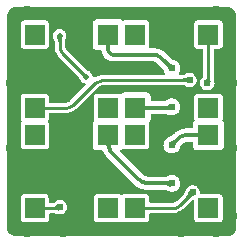
<source format=gtl>
G04 Layer: TopLayer*
G04 EasyEDA v6.5.40, 2024-02-16 18:51:44*
G04 290100672484455fbf77e1594d57ae63,9a5be75d700b4a6385dc1106f27949ae,10*
G04 Gerber Generator version 0.2*
G04 Scale: 100 percent, Rotated: No, Reflected: No *
G04 Dimensions in millimeters *
G04 leading zeros omitted , absolute positions ,4 integer and 5 decimal *
%FSLAX45Y45*%
%MOMM*%

%ADD10C,0.2500*%
%ADD11C,0.3100*%
%ADD12C,0.2540*%
%ADD13R,1.8000X1.8000*%
%ADD14C,0.6200*%
%ADD15C,0.5080*%
%ADD16C,0.0192*%

%LPD*%
G36*
X101396Y-1969516D02*
G01*
X89408Y-1968550D01*
X79756Y-1966366D01*
X70510Y-1962810D01*
X61874Y-1957984D01*
X54051Y-1951939D01*
X47091Y-1944878D01*
X41249Y-1936902D01*
X36576Y-1928164D01*
X33223Y-1918868D01*
X31242Y-1909165D01*
X30530Y-1898599D01*
X30530Y-101396D01*
X31445Y-89408D01*
X33629Y-79756D01*
X37185Y-70510D01*
X42011Y-61874D01*
X48056Y-54051D01*
X55117Y-47091D01*
X63093Y-41249D01*
X71831Y-36576D01*
X81127Y-33223D01*
X90830Y-31242D01*
X101396Y-30530D01*
X1898599Y-30530D01*
X1910588Y-31445D01*
X1920239Y-33629D01*
X1929485Y-37185D01*
X1938121Y-42011D01*
X1945995Y-48056D01*
X1952904Y-55117D01*
X1958746Y-63093D01*
X1963420Y-71831D01*
X1966772Y-81127D01*
X1968754Y-90830D01*
X1969465Y-101396D01*
X1969465Y-1898599D01*
X1968550Y-1910588D01*
X1966366Y-1920239D01*
X1962810Y-1929485D01*
X1957984Y-1938121D01*
X1951939Y-1945995D01*
X1944878Y-1952904D01*
X1936902Y-1958746D01*
X1928164Y-1963420D01*
X1918868Y-1966772D01*
X1909165Y-1968754D01*
X1898599Y-1969516D01*
G37*

%LPC*%
G36*
X175463Y-1855520D02*
G01*
X354482Y-1855520D01*
X360934Y-1854860D01*
X366623Y-1853133D01*
X371906Y-1850339D01*
X376529Y-1846529D01*
X380288Y-1841906D01*
X383133Y-1836623D01*
X384860Y-1830933D01*
X385470Y-1824482D01*
X385470Y-1788160D01*
X386283Y-1784248D01*
X388467Y-1780997D01*
X391769Y-1778762D01*
X395630Y-1778000D01*
X414426Y-1778000D01*
X422198Y-1778203D01*
X428091Y-1778660D01*
X436422Y-1779930D01*
X445160Y-1781962D01*
X458165Y-1784654D01*
X466445Y-1785874D01*
X472287Y-1786229D01*
X480059Y-1786229D01*
X490118Y-1784604D01*
X499719Y-1781302D01*
X508609Y-1776475D01*
X516635Y-1770227D01*
X523493Y-1762760D01*
X529082Y-1754225D01*
X533146Y-1744929D01*
X535635Y-1735124D01*
X536498Y-1725015D01*
X535635Y-1714855D01*
X533146Y-1705051D01*
X529082Y-1695754D01*
X523493Y-1687220D01*
X516635Y-1679752D01*
X508609Y-1673504D01*
X499719Y-1668678D01*
X490118Y-1665376D01*
X480059Y-1663750D01*
X469950Y-1663750D01*
X459892Y-1665376D01*
X450291Y-1668678D01*
X441401Y-1673504D01*
X433171Y-1679905D01*
X424078Y-1688947D01*
X421030Y-1690979D01*
X417474Y-1691843D01*
X414680Y-1691995D01*
X395630Y-1691995D01*
X391769Y-1691233D01*
X388467Y-1688998D01*
X386283Y-1685696D01*
X385470Y-1681835D01*
X385470Y-1645513D01*
X384860Y-1639062D01*
X383133Y-1633321D01*
X380288Y-1628089D01*
X376529Y-1623466D01*
X371906Y-1619656D01*
X366623Y-1616862D01*
X360934Y-1615135D01*
X354482Y-1614474D01*
X175463Y-1614474D01*
X169062Y-1615135D01*
X163322Y-1616862D01*
X158038Y-1619656D01*
X153466Y-1623466D01*
X149656Y-1628089D01*
X146862Y-1633321D01*
X145084Y-1639062D01*
X144475Y-1645513D01*
X144475Y-1824482D01*
X145084Y-1830933D01*
X146862Y-1836623D01*
X149656Y-1841906D01*
X153466Y-1846529D01*
X158038Y-1850339D01*
X163322Y-1853133D01*
X169062Y-1854860D01*
G37*
G36*
X795477Y-1855520D02*
G01*
X974496Y-1855520D01*
X980948Y-1854860D01*
X986637Y-1853133D01*
X991920Y-1850339D01*
X996543Y-1847240D01*
X999998Y-1846681D01*
X1003401Y-1847240D01*
X1008075Y-1850339D01*
X1013307Y-1853133D01*
X1019048Y-1854860D01*
X1025499Y-1855520D01*
X1204468Y-1855520D01*
X1210919Y-1854860D01*
X1216609Y-1853133D01*
X1221892Y-1850339D01*
X1226515Y-1846529D01*
X1230325Y-1841906D01*
X1233119Y-1836623D01*
X1234846Y-1830933D01*
X1235506Y-1824482D01*
X1235506Y-1788363D01*
X1236268Y-1784451D01*
X1238453Y-1781200D01*
X1241755Y-1778965D01*
X1245666Y-1778203D01*
X1427226Y-1778203D01*
X1436065Y-1777390D01*
X1458468Y-1772920D01*
X1466951Y-1770430D01*
X1488084Y-1761693D01*
X1495907Y-1757527D01*
X1514906Y-1744878D01*
X1522171Y-1738833D01*
X1587855Y-1673199D01*
X1591462Y-1669948D01*
X1595374Y-1666951D01*
X1600504Y-1664462D01*
X1604365Y-1663700D01*
X1608226Y-1664512D01*
X1611528Y-1666697D01*
X1613712Y-1669999D01*
X1614474Y-1673860D01*
X1614474Y-1824482D01*
X1615135Y-1830933D01*
X1616862Y-1836623D01*
X1619656Y-1841906D01*
X1623466Y-1846529D01*
X1628038Y-1850339D01*
X1633321Y-1853133D01*
X1639062Y-1854860D01*
X1645462Y-1855520D01*
X1824482Y-1855520D01*
X1830933Y-1854860D01*
X1836623Y-1853133D01*
X1841906Y-1850339D01*
X1846529Y-1846529D01*
X1850288Y-1841906D01*
X1853133Y-1836623D01*
X1854860Y-1830933D01*
X1855470Y-1824482D01*
X1855470Y-1645513D01*
X1854860Y-1639062D01*
X1853133Y-1633321D01*
X1850288Y-1628089D01*
X1846529Y-1623466D01*
X1841906Y-1619656D01*
X1836623Y-1616862D01*
X1830933Y-1615135D01*
X1824482Y-1614474D01*
X1671320Y-1614474D01*
X1667205Y-1613611D01*
X1663852Y-1611223D01*
X1661668Y-1607616D01*
X1661160Y-1603502D01*
X1661464Y-1599996D01*
X1660652Y-1589836D01*
X1658162Y-1580032D01*
X1654048Y-1570736D01*
X1648510Y-1562201D01*
X1641652Y-1554734D01*
X1633626Y-1548485D01*
X1624685Y-1543659D01*
X1615084Y-1540357D01*
X1605076Y-1538732D01*
X1594916Y-1538732D01*
X1584909Y-1540357D01*
X1575308Y-1543659D01*
X1566367Y-1548485D01*
X1558340Y-1554734D01*
X1551482Y-1562201D01*
X1545945Y-1570685D01*
X1541627Y-1580642D01*
X1535074Y-1600708D01*
X1533652Y-1603451D01*
X1529384Y-1609191D01*
X1526438Y-1612392D01*
X1464462Y-1674418D01*
X1462938Y-1675638D01*
X1452321Y-1682750D01*
X1450594Y-1683664D01*
X1438808Y-1688541D01*
X1436928Y-1689100D01*
X1424432Y-1691589D01*
X1422450Y-1691792D01*
X1245666Y-1691792D01*
X1241755Y-1691030D01*
X1238453Y-1688795D01*
X1236268Y-1685543D01*
X1235506Y-1681632D01*
X1235506Y-1645513D01*
X1234846Y-1639062D01*
X1233119Y-1633321D01*
X1230325Y-1628089D01*
X1226515Y-1623466D01*
X1221892Y-1619656D01*
X1216609Y-1616862D01*
X1210919Y-1615135D01*
X1204468Y-1614474D01*
X1025499Y-1614474D01*
X1019048Y-1615135D01*
X1013307Y-1616862D01*
X1008075Y-1619656D01*
X1003401Y-1622704D01*
X999998Y-1623314D01*
X996543Y-1622704D01*
X991920Y-1619656D01*
X986637Y-1616862D01*
X980948Y-1615135D01*
X974496Y-1614474D01*
X795477Y-1614474D01*
X789025Y-1615135D01*
X783336Y-1616862D01*
X778052Y-1619656D01*
X773430Y-1623466D01*
X769670Y-1628089D01*
X766826Y-1633321D01*
X765098Y-1639062D01*
X764489Y-1645513D01*
X764489Y-1824482D01*
X765098Y-1830933D01*
X766826Y-1836623D01*
X769670Y-1841906D01*
X773430Y-1846529D01*
X778052Y-1850339D01*
X783336Y-1853133D01*
X789025Y-1854860D01*
G37*
G36*
X1424990Y-1596491D02*
G01*
X1436166Y-1595577D01*
X1447088Y-1592986D01*
X1457452Y-1588668D01*
X1467002Y-1582826D01*
X1475536Y-1575511D01*
X1482801Y-1567027D01*
X1488694Y-1557426D01*
X1492961Y-1547063D01*
X1495602Y-1536192D01*
X1496466Y-1525016D01*
X1495602Y-1513789D01*
X1492961Y-1502918D01*
X1488694Y-1492554D01*
X1482801Y-1482953D01*
X1475536Y-1474470D01*
X1467002Y-1467154D01*
X1457452Y-1461312D01*
X1447088Y-1456994D01*
X1436166Y-1454404D01*
X1424990Y-1453489D01*
X1413814Y-1454404D01*
X1402791Y-1457045D01*
X1395222Y-1459992D01*
X1381506Y-1466494D01*
X1374546Y-1468374D01*
X1372616Y-1468628D01*
X1362354Y-1468983D01*
X1226058Y-1468983D01*
X1217726Y-1468170D01*
X1210513Y-1466697D01*
X1203502Y-1464513D01*
X1196695Y-1461617D01*
X1190244Y-1458112D01*
X1184148Y-1453997D01*
X1178509Y-1449273D01*
X987856Y-1258671D01*
X985723Y-1255522D01*
X984910Y-1251864D01*
X985418Y-1248156D01*
X987298Y-1244854D01*
X990244Y-1242517D01*
X997458Y-1238656D01*
X1002537Y-1234490D01*
X1005433Y-1232814D01*
X1008735Y-1232204D01*
X1012037Y-1232662D01*
X1019098Y-1234897D01*
X1025499Y-1235506D01*
X1204468Y-1235506D01*
X1210919Y-1234897D01*
X1216609Y-1233170D01*
X1221892Y-1230325D01*
X1226515Y-1226566D01*
X1230325Y-1221943D01*
X1233119Y-1216660D01*
X1234846Y-1210970D01*
X1235506Y-1204518D01*
X1235506Y-1025499D01*
X1234846Y-1019149D01*
X1232611Y-1012088D01*
X1232154Y-1008786D01*
X1232814Y-1005484D01*
X1234440Y-1002588D01*
X1238656Y-997458D01*
X1242415Y-990447D01*
X1244701Y-982878D01*
X1245514Y-974496D01*
X1245514Y-951179D01*
X1246276Y-947267D01*
X1248511Y-943965D01*
X1251813Y-941781D01*
X1255674Y-941019D01*
X1372666Y-941069D01*
X1383995Y-941628D01*
X1392377Y-942594D01*
X1415592Y-945896D01*
X1424940Y-946505D01*
X1436166Y-945591D01*
X1447088Y-943000D01*
X1457452Y-938682D01*
X1467002Y-932840D01*
X1475536Y-925525D01*
X1482801Y-917041D01*
X1488694Y-907440D01*
X1492961Y-897077D01*
X1495602Y-886206D01*
X1496466Y-875030D01*
X1495602Y-863803D01*
X1492961Y-852932D01*
X1488694Y-842568D01*
X1482801Y-832967D01*
X1475536Y-824484D01*
X1467002Y-817168D01*
X1457452Y-811326D01*
X1447088Y-807008D01*
X1436166Y-804418D01*
X1424990Y-803503D01*
X1413814Y-804418D01*
X1402892Y-807008D01*
X1392529Y-811326D01*
X1382928Y-817219D01*
X1375816Y-823112D01*
X1372717Y-826109D01*
X1369618Y-828141D01*
X1363980Y-828954D01*
X1255674Y-828954D01*
X1251813Y-828192D01*
X1248511Y-826008D01*
X1246276Y-822706D01*
X1245514Y-818794D01*
X1245514Y-795477D01*
X1244701Y-787095D01*
X1242415Y-779526D01*
X1238656Y-772515D01*
X1233627Y-766368D01*
X1227480Y-761339D01*
X1220520Y-757631D01*
X1212900Y-755294D01*
X1204518Y-754481D01*
X1025499Y-754481D01*
X1017117Y-755294D01*
X1009548Y-757631D01*
X1002537Y-761339D01*
X997458Y-765505D01*
X994562Y-767181D01*
X991260Y-767842D01*
X987958Y-767334D01*
X980846Y-765098D01*
X974496Y-764489D01*
X795477Y-764489D01*
X789025Y-765098D01*
X783336Y-766876D01*
X778052Y-769670D01*
X773430Y-773480D01*
X769670Y-778052D01*
X766826Y-783336D01*
X765098Y-789076D01*
X764489Y-795477D01*
X764489Y-974496D01*
X765098Y-980897D01*
X767334Y-987958D01*
X767791Y-991260D01*
X767181Y-994562D01*
X765505Y-997458D01*
X761339Y-1002537D01*
X757580Y-1009548D01*
X755294Y-1017117D01*
X754481Y-1025499D01*
X754481Y-1204518D01*
X755294Y-1212900D01*
X757580Y-1220470D01*
X761339Y-1227480D01*
X766368Y-1233627D01*
X772515Y-1238656D01*
X779526Y-1242415D01*
X787095Y-1244701D01*
X795477Y-1245514D01*
X833628Y-1245514D01*
X837488Y-1246276D01*
X840790Y-1248511D01*
X843026Y-1251813D01*
X845566Y-1258011D01*
X848156Y-1263446D01*
X853948Y-1274318D01*
X857046Y-1279499D01*
X863904Y-1289761D01*
X867511Y-1294587D01*
X875334Y-1304137D01*
X879348Y-1308557D01*
X1101394Y-1530604D01*
X1105814Y-1534617D01*
X1115415Y-1542491D01*
X1120241Y-1546047D01*
X1130503Y-1552905D01*
X1135634Y-1556004D01*
X1146556Y-1561846D01*
X1151991Y-1564386D01*
X1163421Y-1569110D01*
X1169060Y-1571142D01*
X1180896Y-1574749D01*
X1186688Y-1576222D01*
X1198829Y-1578610D01*
X1204772Y-1579473D01*
X1217066Y-1580692D01*
X1223060Y-1580997D01*
X1362710Y-1580997D01*
X1372616Y-1581353D01*
X1379423Y-1582775D01*
X1381455Y-1583486D01*
X1394917Y-1589836D01*
X1402892Y-1592986D01*
X1413814Y-1595577D01*
G37*
G36*
X1424990Y-1271473D02*
G01*
X1436166Y-1270609D01*
X1447088Y-1267968D01*
X1457452Y-1263700D01*
X1467002Y-1257808D01*
X1475536Y-1250543D01*
X1482801Y-1242009D01*
X1488744Y-1232357D01*
X1492046Y-1224889D01*
X1497126Y-1210564D01*
X1500682Y-1204366D01*
X1501902Y-1202791D01*
X1508912Y-1195273D01*
X1514195Y-1190040D01*
X1519936Y-1185418D01*
X1526082Y-1181354D01*
X1532585Y-1177950D01*
X1539443Y-1175156D01*
X1546504Y-1173073D01*
X1553718Y-1171702D01*
X1561033Y-1170990D01*
X1594307Y-1170990D01*
X1598218Y-1171803D01*
X1601520Y-1173988D01*
X1603705Y-1177290D01*
X1604467Y-1181150D01*
X1604467Y-1204518D01*
X1605280Y-1212900D01*
X1607616Y-1220470D01*
X1611325Y-1227480D01*
X1616354Y-1233627D01*
X1622501Y-1238656D01*
X1629511Y-1242415D01*
X1637080Y-1244701D01*
X1645462Y-1245514D01*
X1824482Y-1245514D01*
X1832864Y-1244701D01*
X1840484Y-1242415D01*
X1847443Y-1238656D01*
X1853590Y-1233627D01*
X1858619Y-1227480D01*
X1862378Y-1220470D01*
X1864664Y-1212900D01*
X1865477Y-1204518D01*
X1865477Y-1025499D01*
X1864664Y-1017117D01*
X1862378Y-1009548D01*
X1858619Y-1002537D01*
X1854454Y-997458D01*
X1852828Y-994562D01*
X1852168Y-991260D01*
X1852625Y-987958D01*
X1854911Y-980846D01*
X1855520Y-974496D01*
X1855520Y-795477D01*
X1854911Y-789025D01*
X1853133Y-783336D01*
X1850339Y-778052D01*
X1846529Y-773430D01*
X1841957Y-769670D01*
X1836674Y-766826D01*
X1830984Y-765098D01*
X1824532Y-764489D01*
X1645513Y-764489D01*
X1639062Y-765098D01*
X1633372Y-766826D01*
X1628089Y-769670D01*
X1623466Y-773430D01*
X1619707Y-778052D01*
X1616862Y-783336D01*
X1615135Y-789025D01*
X1614525Y-795477D01*
X1614525Y-974496D01*
X1615135Y-980846D01*
X1617370Y-987907D01*
X1617827Y-991260D01*
X1617218Y-994511D01*
X1615541Y-997407D01*
X1611325Y-1002537D01*
X1607616Y-1009548D01*
X1605280Y-1017117D01*
X1604467Y-1025499D01*
X1604467Y-1048816D01*
X1603705Y-1052728D01*
X1601520Y-1056030D01*
X1598218Y-1058214D01*
X1594307Y-1058976D01*
X1558036Y-1058976D01*
X1552041Y-1059281D01*
X1539748Y-1060500D01*
X1533804Y-1061364D01*
X1521714Y-1063802D01*
X1515872Y-1065276D01*
X1504035Y-1068832D01*
X1498396Y-1070864D01*
X1486966Y-1075588D01*
X1481531Y-1078179D01*
X1470660Y-1083970D01*
X1465478Y-1087069D01*
X1455216Y-1093927D01*
X1450390Y-1097534D01*
X1440840Y-1105357D01*
X1436370Y-1109370D01*
X1429461Y-1116330D01*
X1422196Y-1123086D01*
X1416354Y-1126947D01*
X1414424Y-1127861D01*
X1400098Y-1132992D01*
X1392631Y-1136243D01*
X1382979Y-1142187D01*
X1374444Y-1149451D01*
X1367180Y-1157986D01*
X1361287Y-1167536D01*
X1357020Y-1177899D01*
X1354378Y-1188821D01*
X1353515Y-1199997D01*
X1354378Y-1211173D01*
X1357020Y-1222095D01*
X1361287Y-1232458D01*
X1367180Y-1242009D01*
X1374444Y-1250543D01*
X1382979Y-1257808D01*
X1392529Y-1263700D01*
X1402892Y-1267968D01*
X1413814Y-1270609D01*
G37*
G36*
X175463Y-1235506D02*
G01*
X354482Y-1235506D01*
X360934Y-1234897D01*
X366623Y-1233170D01*
X371906Y-1230325D01*
X376529Y-1226566D01*
X380288Y-1221943D01*
X383133Y-1216660D01*
X384860Y-1210970D01*
X385470Y-1204518D01*
X385470Y-1025499D01*
X384860Y-1019048D01*
X383133Y-1013358D01*
X380288Y-1008075D01*
X377240Y-1003401D01*
X376631Y-999998D01*
X377240Y-996594D01*
X380288Y-991920D01*
X383133Y-986637D01*
X384860Y-980948D01*
X385470Y-974496D01*
X385470Y-938174D01*
X386283Y-934262D01*
X388467Y-930960D01*
X391769Y-928776D01*
X395630Y-928014D01*
X527558Y-928014D01*
X536346Y-927201D01*
X558596Y-922782D01*
X567029Y-920242D01*
X588010Y-911606D01*
X595782Y-907491D01*
X614629Y-894892D01*
X621893Y-888898D01*
X800557Y-710234D01*
X802132Y-708964D01*
X812596Y-702005D01*
X814324Y-701040D01*
X825957Y-696214D01*
X827887Y-695655D01*
X840232Y-693216D01*
X842213Y-693013D01*
X1514094Y-693013D01*
X1521917Y-693521D01*
X1527911Y-694994D01*
X1550162Y-706272D01*
X1559915Y-709625D01*
X1569923Y-711250D01*
X1580083Y-711250D01*
X1590090Y-709625D01*
X1599692Y-706323D01*
X1608632Y-701497D01*
X1616659Y-695248D01*
X1623517Y-687781D01*
X1629054Y-679246D01*
X1633169Y-669950D01*
X1635658Y-660146D01*
X1636471Y-650036D01*
X1635658Y-639876D01*
X1633169Y-630072D01*
X1629054Y-620776D01*
X1623517Y-612241D01*
X1616659Y-604774D01*
X1608632Y-598525D01*
X1599692Y-593699D01*
X1590090Y-590397D01*
X1580083Y-588772D01*
X1569923Y-588772D01*
X1559915Y-590397D01*
X1550009Y-593801D01*
X1528368Y-604824D01*
X1525422Y-605790D01*
X1518361Y-606806D01*
X1512468Y-607009D01*
X1491792Y-607009D01*
X1487627Y-606094D01*
X1484172Y-603554D01*
X1482090Y-599795D01*
X1481683Y-595579D01*
X1483106Y-591515D01*
X1488694Y-582472D01*
X1492961Y-572109D01*
X1495602Y-561187D01*
X1496466Y-550011D01*
X1495602Y-538835D01*
X1492961Y-527913D01*
X1488694Y-517550D01*
X1482801Y-508000D01*
X1475536Y-499465D01*
X1467002Y-492201D01*
X1457350Y-486257D01*
X1449832Y-482955D01*
X1435557Y-477875D01*
X1429359Y-474319D01*
X1427784Y-473100D01*
X1420266Y-466090D01*
X1383538Y-429361D01*
X1379118Y-425348D01*
X1369568Y-417525D01*
X1364742Y-413918D01*
X1354480Y-407060D01*
X1349298Y-403961D01*
X1338427Y-398119D01*
X1332992Y-395579D01*
X1321562Y-390855D01*
X1315923Y-388823D01*
X1304086Y-385216D01*
X1298244Y-383794D01*
X1286103Y-381355D01*
X1280210Y-380492D01*
X1267866Y-379272D01*
X1261922Y-378968D01*
X1243126Y-378968D01*
X1239418Y-378256D01*
X1236218Y-376275D01*
X1233982Y-373278D01*
X1232966Y-369620D01*
X1233373Y-365861D01*
X1234897Y-360934D01*
X1235506Y-354482D01*
X1235506Y-175514D01*
X1234897Y-169062D01*
X1233170Y-163372D01*
X1230325Y-158089D01*
X1226566Y-153466D01*
X1221943Y-149707D01*
X1216660Y-146862D01*
X1210970Y-145135D01*
X1204518Y-144526D01*
X1025499Y-144526D01*
X1019149Y-145135D01*
X1012037Y-147370D01*
X1008735Y-147828D01*
X1005433Y-147218D01*
X1002537Y-145542D01*
X997458Y-141376D01*
X990447Y-137617D01*
X982878Y-135331D01*
X974496Y-134518D01*
X795477Y-134518D01*
X787095Y-135331D01*
X779526Y-137617D01*
X772515Y-141376D01*
X766368Y-146405D01*
X761339Y-152552D01*
X757580Y-159512D01*
X755294Y-167132D01*
X754481Y-175514D01*
X754481Y-354533D01*
X755294Y-362915D01*
X757580Y-370484D01*
X761339Y-377494D01*
X766368Y-383641D01*
X772515Y-388670D01*
X779526Y-392379D01*
X787095Y-394716D01*
X795477Y-395528D01*
X819607Y-395528D01*
X823163Y-396138D01*
X826262Y-397967D01*
X828548Y-400761D01*
X829665Y-404164D01*
X830326Y-408533D01*
X832459Y-415798D01*
X841502Y-437692D01*
X845210Y-444398D01*
X846328Y-446074D01*
X851153Y-452120D01*
X867918Y-468884D01*
X873912Y-473659D01*
X875588Y-474776D01*
X882396Y-478485D01*
X904290Y-487578D01*
X913587Y-490118D01*
X921308Y-490931D01*
X1258874Y-490982D01*
X1267206Y-491794D01*
X1274419Y-493318D01*
X1281480Y-495503D01*
X1288237Y-498348D01*
X1294739Y-501853D01*
X1300835Y-505968D01*
X1306474Y-510692D01*
X1341323Y-545541D01*
X1348079Y-552805D01*
X1351940Y-558647D01*
X1352854Y-560578D01*
X1357985Y-574954D01*
X1361236Y-582371D01*
X1366875Y-591515D01*
X1368298Y-595579D01*
X1367891Y-599795D01*
X1365808Y-603554D01*
X1362354Y-606094D01*
X1358188Y-607009D01*
X837437Y-607009D01*
X828649Y-607822D01*
X806399Y-612241D01*
X797966Y-614730D01*
X777036Y-623417D01*
X770178Y-627024D01*
X766368Y-628142D01*
X762406Y-627735D01*
X758952Y-625805D01*
X756462Y-622706D01*
X755345Y-618896D01*
X755040Y-615289D01*
X752500Y-605891D01*
X748385Y-597052D01*
X742797Y-589076D01*
X735888Y-582218D01*
X727913Y-576630D01*
X718769Y-572312D01*
X707440Y-568350D01*
X701903Y-565251D01*
X700328Y-564083D01*
X695045Y-559257D01*
X535228Y-399389D01*
X533958Y-397865D01*
X526948Y-387400D01*
X526034Y-385622D01*
X521208Y-373989D01*
X520649Y-372110D01*
X518159Y-359765D01*
X518007Y-357784D01*
X518007Y-322884D01*
X518718Y-314960D01*
X519582Y-311556D01*
X527456Y-294182D01*
X529996Y-284581D01*
X530860Y-274878D01*
X529996Y-265176D01*
X527456Y-255778D01*
X523341Y-246938D01*
X517753Y-238963D01*
X510895Y-232105D01*
X502920Y-226517D01*
X494080Y-222402D01*
X484682Y-219862D01*
X474980Y-218998D01*
X465277Y-219862D01*
X455879Y-222402D01*
X447040Y-226517D01*
X439064Y-232105D01*
X432206Y-238963D01*
X426618Y-246938D01*
X422503Y-255778D01*
X419963Y-265176D01*
X419100Y-274878D01*
X419963Y-284581D01*
X422554Y-294182D01*
X424840Y-299618D01*
X429666Y-309676D01*
X431393Y-315772D01*
X431647Y-317754D01*
X431952Y-324866D01*
X431952Y-362559D01*
X432765Y-371348D01*
X437184Y-393547D01*
X439724Y-402031D01*
X448411Y-422960D01*
X452526Y-430733D01*
X465074Y-449580D01*
X471068Y-456844D01*
X635050Y-620877D01*
X640740Y-627583D01*
X642518Y-630631D01*
X647293Y-643686D01*
X651611Y-652932D01*
X657199Y-660908D01*
X664108Y-667766D01*
X672084Y-673354D01*
X680872Y-677468D01*
X688187Y-679450D01*
X691946Y-681380D01*
X694588Y-684631D01*
X695706Y-688746D01*
X695045Y-692912D01*
X692759Y-696417D01*
X564438Y-824737D01*
X562864Y-826008D01*
X552399Y-833018D01*
X550672Y-833932D01*
X539038Y-838758D01*
X537108Y-839317D01*
X524814Y-841806D01*
X522833Y-842010D01*
X395630Y-842010D01*
X391769Y-841197D01*
X388467Y-839012D01*
X386283Y-835710D01*
X385470Y-831850D01*
X385470Y-795477D01*
X384860Y-789076D01*
X383133Y-783336D01*
X380288Y-778052D01*
X376529Y-773480D01*
X371906Y-769670D01*
X366623Y-766876D01*
X360934Y-765098D01*
X354482Y-764489D01*
X175463Y-764489D01*
X169062Y-765098D01*
X163322Y-766876D01*
X158038Y-769670D01*
X153466Y-773480D01*
X149656Y-778052D01*
X146862Y-783336D01*
X145084Y-789076D01*
X144475Y-795477D01*
X144475Y-974496D01*
X145084Y-980948D01*
X146862Y-986637D01*
X149656Y-991920D01*
X152704Y-996594D01*
X153314Y-999998D01*
X152704Y-1003401D01*
X149656Y-1008075D01*
X146862Y-1013358D01*
X145084Y-1019048D01*
X144475Y-1025499D01*
X144475Y-1204518D01*
X145084Y-1210970D01*
X146862Y-1216660D01*
X149656Y-1221943D01*
X153466Y-1226566D01*
X158038Y-1230325D01*
X163322Y-1233170D01*
X169062Y-1234897D01*
G37*
G36*
X1719935Y-736244D02*
G01*
X1730044Y-736244D01*
X1740103Y-734618D01*
X1749704Y-731316D01*
X1758594Y-726490D01*
X1766620Y-720242D01*
X1773478Y-712774D01*
X1779066Y-704240D01*
X1783130Y-694944D01*
X1785620Y-685139D01*
X1786483Y-674928D01*
X1785874Y-666445D01*
X1784908Y-659790D01*
X1783537Y-652272D01*
X1779270Y-632714D01*
X1778152Y-621792D01*
X1778000Y-616915D01*
X1778000Y-395681D01*
X1778762Y-391769D01*
X1780997Y-388467D01*
X1784248Y-386283D01*
X1788160Y-385521D01*
X1824532Y-385521D01*
X1830984Y-384860D01*
X1836674Y-383133D01*
X1841957Y-380339D01*
X1846529Y-376529D01*
X1850339Y-371906D01*
X1853133Y-366674D01*
X1854911Y-360934D01*
X1855520Y-354482D01*
X1855520Y-175514D01*
X1854911Y-169062D01*
X1853133Y-163372D01*
X1850339Y-158089D01*
X1846529Y-153466D01*
X1841957Y-149707D01*
X1836674Y-146862D01*
X1830984Y-145135D01*
X1824532Y-144526D01*
X1645513Y-144526D01*
X1639062Y-145135D01*
X1633372Y-146862D01*
X1628089Y-149707D01*
X1623466Y-153466D01*
X1619707Y-158089D01*
X1616862Y-163372D01*
X1615135Y-169062D01*
X1614525Y-175514D01*
X1614525Y-354482D01*
X1615135Y-360934D01*
X1616862Y-366674D01*
X1619707Y-371906D01*
X1623466Y-376529D01*
X1628089Y-380339D01*
X1633372Y-383133D01*
X1639062Y-384860D01*
X1645513Y-385521D01*
X1681835Y-385521D01*
X1685696Y-386283D01*
X1688998Y-388467D01*
X1691233Y-391769D01*
X1691995Y-395681D01*
X1691995Y-614680D01*
X1691843Y-617474D01*
X1690979Y-621080D01*
X1688896Y-624128D01*
X1681683Y-631342D01*
X1676552Y-637133D01*
X1670913Y-645769D01*
X1666849Y-655066D01*
X1664360Y-664870D01*
X1663496Y-675030D01*
X1664360Y-685139D01*
X1666849Y-694944D01*
X1670913Y-704240D01*
X1676501Y-712774D01*
X1683359Y-720242D01*
X1691386Y-726490D01*
X1700275Y-731316D01*
X1709877Y-734618D01*
G37*
G36*
X175463Y-385521D02*
G01*
X354482Y-385521D01*
X360934Y-384860D01*
X366623Y-383133D01*
X371906Y-380339D01*
X376529Y-376529D01*
X380288Y-371957D01*
X383133Y-366674D01*
X384860Y-360934D01*
X385470Y-354533D01*
X385470Y-175514D01*
X384860Y-169062D01*
X383133Y-163372D01*
X380288Y-158089D01*
X376529Y-153466D01*
X371906Y-149707D01*
X366623Y-146862D01*
X360934Y-145135D01*
X354482Y-144526D01*
X175463Y-144526D01*
X169062Y-145135D01*
X163322Y-146862D01*
X158038Y-149707D01*
X153466Y-153466D01*
X149656Y-158089D01*
X146862Y-163372D01*
X145084Y-169062D01*
X144475Y-175514D01*
X144475Y-354533D01*
X145084Y-360934D01*
X146862Y-366674D01*
X149656Y-371957D01*
X153466Y-376529D01*
X158038Y-380339D01*
X163322Y-383133D01*
X169062Y-384860D01*
G37*

%LPD*%
G36*
X1561490Y-622096D02*
G01*
X1541780Y-632307D01*
X1537411Y-634136D01*
X1532636Y-635558D01*
X1527200Y-636625D01*
X1520748Y-637286D01*
X1512976Y-637489D01*
X1512976Y-662482D01*
X1520748Y-662736D01*
X1527200Y-663397D01*
X1532636Y-664464D01*
X1537411Y-665886D01*
X1541780Y-667664D01*
X1561490Y-677875D01*
X1590497Y-649986D01*
G37*
G36*
X474980Y-262178D02*
G01*
X452120Y-285953D01*
X456336Y-294589D01*
X459384Y-301853D01*
X460501Y-305562D01*
X461365Y-309575D01*
X461975Y-314096D01*
X462381Y-319379D01*
X462483Y-325678D01*
X487476Y-325678D01*
X487578Y-319379D01*
X487934Y-314096D01*
X488594Y-309575D01*
X489458Y-305562D01*
X490575Y-301853D01*
X493623Y-294589D01*
X497840Y-285953D01*
G37*
G36*
X672896Y-580237D02*
G01*
X655218Y-597916D01*
X659587Y-602437D01*
X663092Y-606450D01*
X665886Y-610108D01*
X668070Y-613511D01*
X669899Y-616915D01*
X672896Y-624230D01*
X675995Y-633323D01*
X708964Y-633984D01*
X708355Y-601014D01*
X699262Y-597865D01*
X691946Y-594918D01*
X688543Y-593090D01*
X685088Y-590854D01*
X681431Y-588111D01*
G37*
G36*
X1722475Y-614680D02*
G01*
X1722221Y-621233D01*
X1721510Y-626770D01*
X1720240Y-631393D01*
X1718513Y-635406D01*
X1716278Y-638962D01*
X1713636Y-642315D01*
X1702968Y-653237D01*
X1719986Y-689660D01*
X1755749Y-671220D01*
X1754733Y-664006D01*
X1750009Y-642213D01*
X1748993Y-636778D01*
X1748180Y-630580D01*
X1747672Y-623366D01*
X1747520Y-614680D01*
G37*
G36*
X453186Y-1702968D02*
G01*
X442315Y-1713636D01*
X438962Y-1716278D01*
X435406Y-1718513D01*
X431393Y-1720240D01*
X426770Y-1721510D01*
X421233Y-1722221D01*
X414629Y-1722475D01*
X414629Y-1747520D01*
X423367Y-1747672D01*
X430580Y-1748180D01*
X436778Y-1748993D01*
X447293Y-1751126D01*
X457860Y-1753565D01*
X464007Y-1754733D01*
X471220Y-1755749D01*
X489661Y-1719986D01*
G37*
G36*
X1392123Y-495198D02*
G01*
X1370177Y-517143D01*
X1375511Y-522630D01*
X1379778Y-527507D01*
X1383233Y-531977D01*
X1385976Y-536143D01*
X1388211Y-540258D01*
X1391869Y-549148D01*
X1395730Y-560171D01*
X1435963Y-560933D01*
X1435150Y-520700D01*
X1419504Y-515112D01*
X1415237Y-513181D01*
X1411122Y-510946D01*
X1406906Y-508203D01*
X1402486Y-504799D01*
X1397609Y-500532D01*
G37*
G36*
X1403197Y-852932D02*
G01*
X1395933Y-859790D01*
X1392580Y-862482D01*
X1389126Y-864717D01*
X1385417Y-866444D01*
X1381302Y-867816D01*
X1376629Y-868781D01*
X1371092Y-869289D01*
X1364640Y-869492D01*
X1364640Y-900480D01*
X1380642Y-900836D01*
X1392478Y-901750D01*
X1421180Y-905764D01*
X1439672Y-870000D01*
G37*
G36*
X1457858Y-1145184D02*
G01*
X1452372Y-1150518D01*
X1447495Y-1154785D01*
X1443075Y-1158240D01*
X1438859Y-1160932D01*
X1434744Y-1163218D01*
X1425854Y-1166876D01*
X1414830Y-1170736D01*
X1414018Y-1210970D01*
X1454302Y-1210157D01*
X1459890Y-1194511D01*
X1461820Y-1190244D01*
X1464056Y-1186129D01*
X1466799Y-1181912D01*
X1470202Y-1177493D01*
X1474470Y-1172616D01*
X1479804Y-1167130D01*
G37*
G36*
X1411478Y-1497076D02*
G01*
X1396492Y-1504188D01*
X1392072Y-1505864D01*
X1387602Y-1507185D01*
X1382674Y-1508201D01*
X1377137Y-1508912D01*
X1370634Y-1509369D01*
X1363014Y-1509471D01*
X1363014Y-1540510D01*
X1370634Y-1540611D01*
X1377137Y-1541068D01*
X1382674Y-1541780D01*
X1387602Y-1542796D01*
X1392072Y-1544116D01*
X1396441Y-1545793D01*
X1411478Y-1552905D01*
X1440484Y-1525016D01*
G37*
G36*
X1610969Y-1589024D02*
G01*
X1570736Y-1589786D01*
X1563979Y-1610868D01*
X1562100Y-1615186D01*
X1559712Y-1619605D01*
X1556562Y-1624177D01*
X1552498Y-1629206D01*
X1547164Y-1634845D01*
X1565148Y-1652778D01*
X1570736Y-1647494D01*
X1575765Y-1643380D01*
X1580337Y-1640230D01*
X1584756Y-1637842D01*
X1589074Y-1636014D01*
X1610156Y-1629257D01*
G37*
D10*
X265003Y-884996D02*
G01*
X528045Y-884996D01*
X550659Y-880498D01*
X571959Y-871674D01*
X591131Y-858865D01*
X773866Y-676130D01*
X793038Y-663320D01*
X814339Y-654497D01*
X836952Y-649998D01*
X1574998Y-649998D01*
X699998Y-624992D02*
G01*
X501111Y-426105D01*
X488302Y-406933D01*
X479478Y-385632D01*
X474979Y-363019D01*
X474979Y-274878D01*
X1734995Y-265003D02*
G01*
X1734995Y-665002D01*
X1724997Y-674999D01*
X265000Y-1734995D02*
G01*
X465000Y-1734995D01*
X475005Y-1724990D01*
D11*
X884986Y-265000D02*
G01*
X884986Y-396422D01*
X892314Y-414116D01*
X905857Y-427659D01*
X923551Y-434987D01*
X1262148Y-434987D01*
X1274955Y-436250D01*
X1287576Y-438759D01*
X1299893Y-442495D01*
X1311782Y-447420D01*
X1323131Y-453486D01*
X1333832Y-460636D01*
X1343779Y-468800D01*
X1424990Y-550011D01*
X1424990Y-875004D02*
G01*
X1415008Y-884986D01*
X1115006Y-884986D01*
X1734995Y-1115006D02*
G01*
X1557799Y-1115006D01*
X1544993Y-1116269D01*
X1532371Y-1118778D01*
X1520055Y-1122514D01*
X1508165Y-1127439D01*
X1496816Y-1133505D01*
X1486115Y-1140655D01*
X1476169Y-1148819D01*
X1424990Y-1199997D01*
X884986Y-1115006D02*
G01*
X884986Y-1187170D01*
X886249Y-1199977D01*
X888758Y-1212598D01*
X892495Y-1224914D01*
X897420Y-1236804D01*
X903485Y-1248153D01*
X910635Y-1258854D01*
X918799Y-1268801D01*
X1141178Y-1491178D01*
X1151125Y-1499341D01*
X1161826Y-1506491D01*
X1173175Y-1512557D01*
X1185064Y-1517482D01*
X1197381Y-1521218D01*
X1210002Y-1523728D01*
X1222809Y-1524990D01*
X1424990Y-1524990D01*
D12*
X1115009Y-1734997D02*
G01*
X1427708Y-1734997D01*
X1450500Y-1730463D01*
X1471970Y-1721571D01*
X1491292Y-1708660D01*
X1599994Y-1599958D01*
D13*
G01*
X264998Y-884986D03*
G01*
X884986Y-884986D03*
G01*
X884986Y-264998D03*
G01*
X264998Y-264998D03*
G01*
X1734997Y-264998D03*
G01*
X1115009Y-264998D03*
G01*
X1115009Y-884986D03*
G01*
X1734997Y-884986D03*
G01*
X1115009Y-1734997D03*
G01*
X1734997Y-1734997D03*
G01*
X1734997Y-1115009D03*
G01*
X1115009Y-1115009D03*
G01*
X264998Y-1734997D03*
G01*
X884986Y-1734997D03*
G01*
X884986Y-1115009D03*
G01*
X264998Y-1115009D03*
D14*
G01*
X1424990Y-1524990D03*
G01*
X1424990Y-875004D03*
G01*
X1424990Y-550011D03*
G01*
X1424990Y-1199997D03*
G01*
X1575003Y-650011D03*
G01*
X475005Y-1724990D03*
G01*
X1599996Y-1599971D03*
G01*
X1724990Y-675004D03*
D15*
G01*
X474979Y-274878D03*
G01*
X699998Y-624992D03*
D14*
G01*
X1799996Y-50012D03*
G01*
X199999Y-50012D03*
G01*
X650011Y-175005D03*
G01*
X1575003Y-399999D03*
G01*
X1950008Y-675004D03*
G01*
X1950008Y-1224991D03*
G01*
X1950008Y-1799996D03*
G01*
X1799970Y-1949957D03*
G01*
X199999Y-1950008D03*
G01*
X50012Y-1224991D03*
G01*
X50012Y-675004D03*
G01*
X1575003Y-775004D03*
G01*
X1575003Y-999997D03*
G01*
X1575003Y-1374978D03*
G01*
X475005Y-1124991D03*
G01*
X499998Y-1950008D03*
G01*
X1499996Y-1950008D03*
G01*
X399999Y-1624990D03*
G01*
X299999Y-1450009D03*
G01*
X774979Y-575005D03*
G01*
X999997Y-724992D03*
G01*
X775004Y-1274978D03*
G01*
X1024991Y-1550009D03*
M02*

</source>
